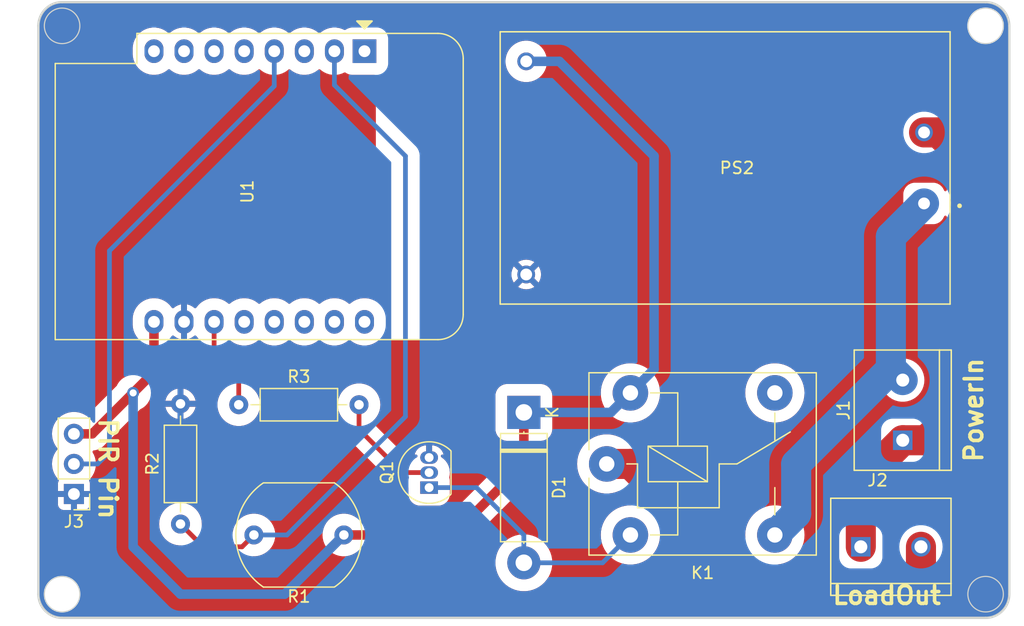
<source format=kicad_pcb>
(kicad_pcb (version 20221018) (generator pcbnew)
  (layers (0 "F.Cu" signal) (31 "B.Cu" signal) (34 "B.Paste" user) (35 "F.Paste" user) (36 "B.SilkS" user "B.Silkscreen") (37 "F.SilkS" user "F.Silkscreen") (38 "B.Mask" user) (39 "F.Mask" user) (44 "Edge.Cuts" user))
  (net 0 "")
  (net 1 "+5V")
  (net 2 "relay")
  (net 3 "Power_N")
  (net 4 "Power_L")
  (net 5 "Relay_out")
  (net 6 "pir_in")
  (net 7 "GND")
  (net 9 "Net-(Q1-B)")
  (net 11 "Net-(U1-A0)")
  (net 12 "trig")
  (footprint "Diode_THT:D_5W_P12.70mm_Horizontal" (layer "F.Cu") (at 131 79.65 -90)
    (fp_text reference "D1" (at 6.35 -2.97 90) (layer "F.SilkS"))
    (fp_text value "D")
    (fp_text user "K" (at 0 -2.4 90) (layer "F.SilkS"))
    (fp_line (start 1.64 0) (end 1.78 0) (stroke (width 0.12)) (layer "F.SilkS"))
    (fp_line (start 1.78 -1.97) (end 1.78 1.97) (stroke (width 0.12)) (layer "F.SilkS"))
    (fp_line (start 1.78 1.97) (end 10.92 1.97) (stroke (width 0.12)) (layer "F.SilkS"))
    (fp_line (start 3.115 -1.97) (end 3.115 1.97) (stroke (width 0.12)) (layer "F.SilkS"))
    (fp_line (start 3.235 -1.97) (end 3.235 1.97) (stroke (width 0.12)) (layer "F.SilkS"))
    (fp_line (start 3.355 -1.97) (end 3.355 1.97) (stroke (width 0.12)) (layer "F.SilkS"))
    (fp_line (start 10.92 -1.97) (end 1.78 -1.97) (stroke (width 0.12)) (layer "F.SilkS"))
    (fp_line (start 10.92 1.97) (end 10.92 -1.97) (stroke (width 0.12)) (layer "F.SilkS"))
    (fp_line (start 11.06 0) (end 10.92 0) (stroke (width 0.12)) (layer "F.SilkS"))
    (pad "1" thru_hole rect (at 0 0 270) (size 2.8 2.8) (drill 1.4) (layers "*.Cu" "*.Mask") (net 1 "+5V"))
    (pad "2" thru_hole oval (at 12.7 0 270) (size 2.8 2.8) (drill 1.4) (layers "*.Cu" "*.Mask") (net 2 "relay"))
  )
  (footprint "Resistor_THT:R_Axial_DIN0207_L6.3mm_D2.5mm_P10.16mm_Horizontal" (layer "F.Cu") (at 102 89.08 90)
    (fp_text reference "R2" (at 5.08 -2.37 90) (layer "F.SilkS"))
    (fp_text value "1K")
    (fp_line (start 1.04 0) (end 1.81 0) (stroke (width 0.12)) (layer "F.SilkS"))
    (fp_line (start 1.81 -1.37) (end 1.81 1.37) (stroke (width 0.12)) (layer "F.SilkS"))
    (fp_line (start 1.81 1.37) (end 8.35 1.37) (stroke (width 0.12)) (layer "F.SilkS"))
    (fp_line (start 8.35 -1.37) (end 1.81 -1.37) (stroke (width 0.12)) (layer "F.SilkS"))
    (fp_line (start 8.35 1.37) (end 8.35 -1.37) (stroke (width 0.12)) (layer "F.SilkS"))
    (fp_line (start 9.12 0) (end 8.35 0) (stroke (width 0.12)) (layer "F.SilkS"))
    (pad "1" thru_hole circle (at 0 0 90) (size 1.6 1.6) (drill 0.8) (layers "*.Cu" "*.Mask") (net 11 "Net-(U1-A0)"))
    (pad "2" thru_hole oval (at 10.16 0 90) (size 1.6 1.6) (drill 0.8) (layers "*.Cu" "*.Mask") (net 7 "GND"))
  )
  (footprint "OptoDevice:R_LDR_10x8.5mm_P7.6mm_Vertical" (layer "F.Cu") (at 115.8 90 180)
    (fp_text reference "R1" (at 3.8 -5.2) (layer "F.SilkS"))
    (fp_text value "LDR03")
    (fp_line (start 0.8 -4.4) (end 6.8 -4.4) (stroke (width 0.12)) (layer "F.SilkS"))
    (fp_line (start 0.8 4.4) (end 6.8 4.4) (stroke (width 0.12)) (layer "F.SilkS"))
    (fp_arc (start 0.8 4.4) (mid -1.525374 0.019809) (end 0.76735 -4.37756) (stroke (width 0.12)) (layer "F.SilkS"))
    (fp_arc (start 6.8 -4.4) (mid 9.125374 -0.019809) (end 6.83265 4.37756) (stroke (width 0.12)) (layer "F.SilkS"))
    (pad "1" thru_hole circle (at 0 0 180) (size 1.6 1.6) (drill 0.8) (layers "*.Cu" "*.Mask") (net 1 "+5V"))
    (pad "2" thru_hole circle (at 7.6 0 180) (size 1.6 1.6) (drill 0.8) (layers "*.Cu" "*.Mask") (net 11 "Net-(U1-A0)"))
  )
  (footprint "Relay_THT:Relay_SPDT_Finder_36.11" (layer "F.Cu") (at 138 84)
    (fp_text reference "K1" (at 8.1 9.2) (layer "F.SilkS"))
    (fp_text value "Relay_SPDT")
    (fp_line (start -1.5 -7.7) (end -1.5 -1.2) (stroke (width 0.12)) (layer "F.SilkS"))
    (fp_line (start -1.5 -7.7) (end 17.7 -7.7) (stroke (width 0.12)) (layer "F.SilkS"))
    (fp_line (start -1.5 1.2) (end -1.5 7.7) (stroke (width 0.12)) (layer "F.SilkS"))
    (fp_line (start 2.6 0) (end 1.7 0) (stroke (width 0.12)) (layer "F.SilkS"))
    (fp_line (start 2.6 0) (end 2.6 3.7) (stroke (width 0.12)) (layer "F.SilkS"))
    (fp_line (start 3.5 -1.5) (end 8.5 -1.5) (stroke (width 0.12)) (layer "F.SilkS"))
    (fp_line (start 3.5 1.5) (end 3.5 -1.5) (stroke (width 0.12)) (layer "F.SilkS"))
    (fp_line (start 3.7 6) (end 6 6) (stroke (width 0.12)) (layer "F.SilkS"))
    (fp_line (start 6 -6) (end 3.7 -6) (stroke (width 0.12)) (layer "F.SilkS"))
    (fp_line (start 6 -6) (end 6 -1.5) (stroke (width 0.12)) (layer "F.SilkS"))
    (fp_line (start 6 1.5) (end 6 6) (stroke (width 0.12)) (layer "F.SilkS"))
    (fp_line (start 8.5 -1.5) (end 8.5 1.5) (stroke (width 0.12)) (layer "F.SilkS"))
    (fp_line (start 8.5 1.5) (end 3.5 -1.5) (stroke (width 0.12)) (layer "F.SilkS"))
    (fp_line (start 8.5 1.5) (end 3.5 1.5) (stroke (width 0.12)) (layer "F.SilkS"))
    (fp_line (start 9.5 0) (end 9.5 3.7) (stroke (width 0.12)) (layer "F.SilkS"))
    (fp_line (start 9.5 0) (end 11 0) (stroke (width 0.12)) (layer "F.SilkS"))
    (fp_line (start 9.5 3.7) (end 2.6 3.7) (stroke (width 0.12)) (layer "F.SilkS"))
    (fp_line (start 11 0) (end 15.5 -2.7) (stroke (width 0.12)) (layer "F.SilkS"))
    (fp_line (start 14.2 -4.3) (end 14.2 -2) (stroke (width 0.12)) (layer "F.SilkS"))
    (fp_line (start 14.2 4.3) (end 14.2 2) (stroke (width 0.12)) (layer "F.SilkS"))
    (fp_line (start 17.7 -7.7) (end 17.7 7.7) (stroke (width 0.12)) (layer "F.SilkS"))
    (fp_line (start 17.7 7.7) (end -1.5 7.7) (stroke (width 0.12)) (layer "F.SilkS"))
    (pad "11" thru_hole circle (at 0 0) (size 3 3) (drill 1.3) (layers "*.Cu" "*.Mask") (net 5 "Relay_out"))
    (pad "12" thru_hole circle (at 14.2 -6) (size 3 3) (drill 1.3) (layers "*.Cu" "*.Mask"))
    (pad "14" thru_hole circle (at 14.2 6) (size 3 3) (drill 1.3) (layers "*.Cu" "*.Mask") (net 4 "Power_L"))
    (pad "A1" thru_hole circle (at 2 6) (size 3 3) (drill 1.3) (layers "*.Cu" "*.Mask") (net 2 "relay"))
    (pad "A2" thru_hole circle (at 2 -6) (size 3 3) (drill 1.3) (layers "*.Cu" "*.Mask") (net 1 "+5V"))
  )
  (footprint "HLK-5Mxx:CONV_HLK-5M05" (layer "F.Cu") (at 148 59 180)
    (fp_text reference "PS2" (at -1 0) (layer "F.SilkS"))
    (fp_text value "HLK-5M05")
    (fp_line (start -19 -11.5) (end -19 11.5) (stroke (width 0.127)) (layer "F.SilkS"))
    (fp_line (start -19 11.5) (end 19 11.5) (stroke (width 0.127)) (layer "F.SilkS"))
    (fp_line (start 19 -11.5) (end -19 -11.5) (stroke (width 0.127)) (layer "F.SilkS"))
    (fp_line (start 19 11.5) (end 19 -11.5) (stroke (width 0.127)) (layer "F.SilkS"))
    (fp_circle (center -19.8 -3.2) (end -19.7 -3.2) (stroke (width 0.2)) (fill none) (layer "F.SilkS"))
    (pad "1" thru_hole rect (at -16.8 -3 180) (size 1.5 1.5) (drill 1) (layers "*.Cu" "*.Mask") (net 4 "Power_L"))
    (pad "2" thru_hole circle (at -16.8 3 180) (size 1.5 1.5) (drill 1) (layers "*.Cu" "*.Mask") (net 3 "Power_N"))
    (pad "3" thru_hole circle (at 16.8 -9 180) (size 1.5 1.5) (drill 1) (layers "*.Cu" "*.Mask") (net 7 "GND"))
    (pad "4" thru_hole circle (at 16.8 9 180) (size 1.5 1.5) (drill 1) (layers "*.Cu" "*.Mask") (net 1 "+5V"))
  )
  (footprint "282837-2:TE_282837-2" (layer "F.Cu") (at 162 91)
    (fp_text reference "J2" (at -1.127255 -5.614945) (layer "F.SilkS") (effects (font (size 1.002039 1.002039))))
    (fp_text value "Screw_Terminal_01x02")
    (fp_line (start -5.08 -4.1) (end 5.08 -4.1) (stroke (width 0.127)) (layer "F.SilkS"))
    (fp_line (start -5.08 3.1) (end -5.08 -4.1) (stroke (width 0.127)) (layer "F.SilkS"))
    (fp_line (start -5.08 3.1) (end 5.08 3.1) (stroke (width 0.127)) (layer "F.SilkS"))
    (fp_line (start -5.08 4.1) (end -5.08 3.1) (stroke (width 0.127)) (layer "F.SilkS"))
    (fp_line (start 5.08 -4.1) (end 5.08 3.1) (stroke (width 0.127)) (layer "F.SilkS"))
    (fp_line (start 5.08 3.1) (end 5.08 4.1) (stroke (width 0.127)) (layer "F.SilkS"))
    (fp_line (start 5.08 4.1) (end -5.08 4.1) (stroke (width 0.127)) (layer "F.SilkS"))
    (pad "1" thru_hole rect (at -2.54 0) (size 1.65 1.65) (drill 1.1) (layers "*.Cu" "*.Mask") (net 3 "Power_N"))
    (pad "2" thru_hole circle (at 2.54 0) (size 1.65 1.65) (drill 1.1) (layers "*.Cu" "*.Mask") (net 5 "Relay_out"))
  )
  (footprint "282837-2:TE_282837-2" (layer "F.Cu") (at 163 79.46 90)
    (fp_text reference "J1" (at 0 -5 90) (layer "F.SilkS") (effects (font (size 1.002039 1.002039))))
    (fp_text value "Screw_Terminal_01x02")
    (fp_line (start -5.08 -4.1) (end 5.08 -4.1) (stroke (width 0.127)) (layer "F.SilkS"))
    (fp_line (start -5.08 3.1) (end -5.08 -4.1) (stroke (width 0.127)) (layer "F.SilkS"))
    (fp_line (start -5.08 3.1) (end 5.08 3.1) (stroke (width 0.127)) (layer "F.SilkS"))
    (fp_line (start -5.08 4.1) (end -5.08 3.1) (stroke (width 0.127)) (layer "F.SilkS"))
    (fp_line (start 5.08 -4.1) (end 5.08 3.1) (stroke (width 0.127)) (layer "F.SilkS"))
    (fp_line (start 5.08 3.1) (end 5.08 4.1) (stroke (width 0.127)) (layer "F.SilkS"))
    (fp_line (start 5.08 4.1) (end -5.08 4.1) (stroke (width 0.127)) (layer "F.SilkS"))
    (pad "1" thru_hole rect (at -2.54 0 90) (size 1.65 1.65) (drill 1.1) (layers "*.Cu" "*.Mask") (net 3 "Power_N"))
    (pad "2" thru_hole circle (at 2.54 0 90) (size 1.65 1.65) (drill 1.1) (layers "*.Cu" "*.Mask") (net 4 "Power_L"))
  )
  (footprint "Package_TO_SOT_THT:TO-92_Inline" (layer "F.Cu") (at 123 86 90)
    (fp_text reference "Q1" (at 1.27 -3.56 90) (layer "F.SilkS"))
    (fp_text value "BC547")
    (fp_line (start -0.53 1.85) (end 3.07 1.85) (stroke (width 0.12)) (layer "F.SilkS"))
    (fp_arc (start -0.568478 1.838478) (mid -1.132087 -0.994977) (end 1.27 -2.6) (stroke (width 0.12)) (layer "F.SilkS"))
    (fp_arc (start 1.27 -2.6) (mid 3.672087 -0.994977) (end 3.108478 1.838478) (stroke (width 0.12)) (layer "F.SilkS"))
    (pad "1" thru_hole rect (at 0 0 90) (size 1.05 1.5) (drill 0.75) (layers "*.Cu" "*.Mask") (net 2 "relay"))
    (pad "2" thru_hole oval (at 1.27 0 90) (size 1.05 1.5) (drill 0.75) (layers "*.Cu" "*.Mask") (net 9 "Net-(Q1-B)"))
    (pad "3" thru_hole oval (at 2.54 0 90) (size 1.05 1.5) (drill 0.75) (layers "*.Cu" "*.Mask") (net 7 "GND"))
  )
  (footprint "Connector_PinHeader_2.54mm:PinHeader_1x03_P2.54mm_Vertical" (layer "F.Cu") (at 93 86.54 180)
    (fp_text reference "J3" (at 0 -2.33) (layer "F.SilkS"))
    (fp_text value "Conn_01x03_Pin")
    (fp_line (start -1.33 -1.33) (end 0 -1.33) (stroke (width 0.12)) (layer "F.SilkS"))
    (fp_line (start -1.33 0) (end -1.33 -1.33) (stroke (width 0.12)) (layer "F.SilkS"))
    (fp_line (start -1.33 1.27) (end -1.33 6.41) (stroke (width 0.12)) (layer "F.SilkS"))
    (fp_line (start -1.33 1.27) (end 1.33 1.27) (stroke (width 0.12)) (layer "F.SilkS"))
    (fp_line (start -1.33 6.41) (end 1.33 6.41) (stroke (width 0.12)) (layer "F.SilkS"))
    (fp_line (start 1.33 1.27) (end 1.33 6.41) (stroke (width 0.12)) (layer "F.SilkS"))
    (pad "1" thru_hole rect (at 0 0 180) (size 1.7 1.7) (drill 1) (layers "*.Cu" "*.Mask") (net 7 "GND"))
    (pad "2" thru_hole oval (at 0 2.54 180) (size 1.7 1.7) (drill 1) (layers "*.Cu" "*.Mask") (net 6 "pir_in"))
    (pad "3" thru_hole oval (at 0 5.08 180) (size 1.7 1.7) (drill 1) (layers "*.Cu" "*.Mask") (net 1 "+5V"))
  )
  (footprint "Resistor_THT:R_Axial_DIN0207_L6.3mm_D2.5mm_P10.16mm_Horizontal" (layer "F.Cu") (at 106.92 79)
    (fp_text reference "R3" (at 5.08 -2.37) (layer "F.SilkS"))
    (fp_text value "1K")
    (fp_line (start 1.04 0) (end 1.81 0) (stroke (width 0.12)) (layer "F.SilkS"))
    (fp_line (start 1.81 -1.37) (end 1.81 1.37) (stroke (width 0.12)) (layer "F.SilkS"))
    (fp_line (start 1.81 1.37) (end 8.35 1.37) (stroke (width 0.12)) (layer "F.SilkS"))
    (fp_line (start 8.35 -1.37) (end 1.81 -1.37) (stroke (width 0.12)) (layer "F.SilkS"))
    (fp_line (start 8.35 1.37) (end 8.35 -1.37) (stroke (width 0.12)) (layer "F.SilkS"))
    (fp_line (start 9.12 0) (end 8.35 0) (stroke (width 0.12)) (layer "F.SilkS"))
    (pad "1" thru_hole circle (at 0 0) (size 1.6 1.6) (drill 0.8) (layers "*.Cu" "*.Mask") (net 12 "trig"))
    (pad "2" thru_hole oval (at 10.16 0) (size 1.6 1.6) (drill 0.8) (layers "*.Cu" "*.Mask") (net 9 "Net-(Q1-B)"))
  )
  (footprint "Module:WEMOS_D1_mini_light" (layer "F.Cu") (at 117.54 49.14 -90)
    (fp_text reference "U1" (at 11.86 9.89 90) (layer "F.SilkS"))
    (fp_text value "WeMos_D1_mini")
    (fp_line (start -1.5 19.22) (end -1.5 -6.21) (stroke (width 0.12)) (layer "F.SilkS"))
    (fp_line (start -1.5 19.22) (end 1.04 19.22) (stroke (width 0.12)) (layer "F.SilkS"))
    (fp_line (start 1.04 19.22) (end 1.04 26.12) (stroke (width 0.12)) (layer "F.SilkS"))
    (fp_line (start 1.04 26.12) (end 24.36 26.12) (stroke (width 0.12)) (layer "F.SilkS"))
    (fp_line (start 22.24 -8.34) (end 0.63 -8.34) (stroke (width 0.12)) (layer "F.SilkS"))
    (fp_line (start 24.36 26.12) (end 24.36 -6.21) (stroke (width 0.12)) (layer "F.SilkS"))
    (fp_arc (start -1.5 -6.21) (mid -0.876137 -7.716137) (end 0.63 -8.34) (stroke (width 0.12)) (layer "F.SilkS"))
    (fp_arc (start 22.23 -8.34) (mid 23.736137 -7.716137) (end 24.36 -6.21) (stroke (width 0.12)) (layer "F.SilkS"))
    (fp_poly (pts (xy -2.54 -0.635) (xy -2.54 0.635) (xy -1.905 0)) (stroke (width 0.15)) (fill solid) (layer "F.SilkS"))
    (pad "1" thru_hole rect (at 0 0 270) (size 2 2) (drill 1) (layers "*.Cu" "*.Mask"))
    (pad "2" thru_hole oval (at 0 2.54 270) (size 2 1.6) (drill 1) (layers "*.Cu" "*.Mask") (net 11 "Net-(U1-A0)"))
    (pad "3" thru_hole oval (at 0 5.08 270) (size 2 1.6) (drill 1) (layers "*.Cu" "*.Mask"))
    (pad "4" thru_hole oval (at 0 7.62 270) (size 2 1.6) (drill 1) (layers "*.Cu" "*.Mask") (net 6 "pir_in"))
    (pad "5" thru_hole oval (at 0 10.16 270) (size 2 1.6) (drill 1) (layers "*.Cu" "*.Mask"))
    (pad "6" thru_hole oval (at 0 12.7 270) (size 2 1.6) (drill 1) (layers "*.Cu" "*.Mask"))
    (pad "7" thru_hole oval (at 0 15.24 270) (size 2 1.6) (drill 1) (layers "*.Cu" "*.Mask"))
    (pad "8" thru_hole oval (at 0 17.78 270) (size 2 1.6) (drill 1) (layers "*.Cu" "*.Mask"))
    (pad "9" thru_hole oval (at 22.86 17.78 270) (size 2 1.6) (drill 1) (layers "*.Cu" "*.Mask") (net 1 "+5V"))
    (pad "10" thru_hole oval (at 22.86 15.24 270) (size 2 1.6) (drill 1) (layers "*.Cu" "*.Mask") (net 7 "GND"))
    (pad "11" thru_hole oval (at 22.86 12.7 270) (size 2 1.6) (drill 1) (layers "*.Cu" "*.Mask") (net 12 "trig"))
    (pad "12" thru_hole oval (at 22.86 10.16 270) (size 2 1.6) (drill 1) (layers "*.Cu" "*.Mask"))
    (pad "13" thru_hole oval (at 22.86 7.62 270) (size 2 1.6) (drill 1) (layers "*.Cu" "*.Mask"))
    (pad "14" thru_hole oval (at 22.86 5.08 270) (size 2 1.6) (drill 1) (layers "*.Cu" "*.Mask"))
    (pad "15" thru_hole oval (at 22.86 2.54 270) (size 2 1.6) (drill 1) (layers "*.Cu" "*.Mask"))
    (pad "16" thru_hole oval (at 22.86 0 270) (size 2 1.6) (drill 1) (layers "*.Cu" "*.Mask"))
  )
  (gr_line (start 172 47) (end 172 95) (stroke (width 0.2)) (layer "Edge.Cuts"))
  (gr_arc (start 92 97) (mid 90.585786 96.414214) (end 90 95) (stroke (width 0.2)) (layer "Edge.Cuts"))
  (gr_line (start 170 97) (end 92 97) (stroke (width 0.2)) (layer "Edge.Cuts"))
  (gr_line (start 92 45) (end 170 45) (stroke (width 0.2)) (layer "Edge.Cuts"))
  (gr_circle (center 170 95) (end 171.5 95) (stroke (width 0.1)) (fill none) (layer "Edge.Cuts"))
  (gr_circle (center 170 47) (end 171.5 47) (stroke (width 0.1)) (fill none) (layer "Edge.Cuts"))
  (gr_arc (start 90 47) (mid 90.585786 45.585786) (end 92 45) (stroke (width 0.2)) (layer "Edge.Cuts"))
  (gr_line (start 90 95) (end 90 47) (stroke (width 0.2)) (layer "Edge.Cuts"))
  (gr_circle (center 92 95) (end 93.5 95) (stroke (width 0.1)) (fill none) (layer "Edge.Cuts"))
  (gr_circle (center 92 47) (end 93.5 47) (stroke (width 0.1)) (fill none) (layer "Edge.Cuts"))
  (gr_arc (start 170 45) (mid 171.414214 45.585786) (end 172 47) (stroke (width 0.2)) (layer "Edge.Cuts"))
  (gr_arc (start 172 95) (mid 171.414214 96.414214) (end 170 97) (stroke (width 0.2)) (layer "Edge.Cuts"))
  (gr_text "PIR Pin" (at 95 80 -90) (layer "F.SilkS") (effects (font (size 1.5 1.5) (thickness 0.3) bold) (justify left bottom)))
  (gr_text "LoadOut" (at 156.92 95.1) (layer "F.SilkS") (effects (font (size 1.5 1.5) (thickness 0.3) bold) (justify left)))
  (gr_text "PowerIn" (at 169 84 90) (layer "F.SilkS") (effects (font (size 1.5 1.5) (thickness 0.3) bold) (justify left)))
  (segment (start 93 81.46) (end 94.54 81.46) (width 0.8) (layer "F.Cu") (net 1))
  (segment (start 125 90) (end 131 84) (width 0.8) (layer "F.Cu") (net 1))
  (segment (start 115.8 90) (end 125 90) (width 0.8) (layer "F.Cu") (net 1))
  (segment (start 99.76 76.24) (end 99.76 72) (width 0.8) (layer "F.Cu") (net 1))
  (segment (start 94.54 81.46) (end 98 78) (width 0.8) (layer "F.Cu") (net 1))
  (segment (start 131 84) (end 131 79.65) (width 0.8) (layer "F.Cu") (net 1))
  (segment (start 98 78) (end 99.76 76.24) (width 0.8) (layer "F.Cu") (net 1))
  (via (at 98 78) (size 1) (drill 0.6) (layers "F.Cu" "B.Cu") (net 1))
  (segment (start 98 91) (end 102 95) (width 0.8) (layer "B.Cu") (net 1))
  (segment (start 98 78) (end 98 91) (width 0.8) (layer "B.Cu") (net 1))
  (segment (start 138.35 79.65) (end 140 78) (width 0.8) (layer "B.Cu") (net 1))
  (segment (start 131 79.65) (end 138.35 79.65) (width 0.8) (layer "B.Cu") (net 1))
  (segment (start 110.8 95) (end 115.8 90) (width 0.8) (layer "B.Cu") (net 1))
  (segment (start 102 95) (end 110.8 95) (width 0.8) (layer "B.Cu") (net 1))
  (segment (start 142 76) (end 140 78) (width 0.8) (layer "B.Cu") (net 1))
  (segment (start 134 50) (end 142 58) (width 0.8) (layer "B.Cu") (net 1))
  (segment (start 131.2 50) (end 134 50) (width 0.8) (layer "B.Cu") (net 1))
  (segment (start 142 58) (end 142 76) (width 0.8) (layer "B.Cu") (net 1))
  (segment (start 127 86) (end 131 90) (width 0.4) (layer "B.Cu") (net 2))
  (segment (start 131 92.35) (end 137.65 92.35) (width 0.4) (layer "B.Cu") (net 2))
  (segment (start 123 86) (end 127 86) (width 0.4) (layer "B.Cu") (net 2))
  (segment (start 137.65 92.35) (end 140 90) (width 0.4) (layer "B.Cu") (net 2))
  (segment (start 131 90) (end 131 92.35) (width 0.4) (layer "B.Cu") (net 2))
  (segment (start 166 56) (end 169 59) (width 2.54) (layer "F.Cu") (net 3))
  (segment (start 169 78) (end 165 82) (width 2.54) (layer "F.Cu") (net 3))
  (segment (start 159.46 91) (end 159.46 85.54) (width 2.54) (layer "F.Cu") (net 3))
  (segment (start 169 59) (end 169 78) (width 2.54) (layer "F.Cu") (net 3))
  (segment (start 164.8 56) (end 166 56) (width 2.54) (layer "F.Cu") (net 3))
  (segment (start 165 82) (end 163 82) (width 2.54) (layer "F.Cu") (net 3))
  (segment (start 159.46 85.54) (end 163 82) (width 2.54) (layer "F.Cu") (net 3))
  (segment (start 162 75.92) (end 162 64.8) (width 2.54) (layer "B.Cu") (net 4))
  (segment (start 154 84) (end 162.04 75.96) (width 2.54) (layer "B.Cu") (net 4))
  (segment (start 154 88.2) (end 154 84) (width 2.54) (layer "B.Cu") (net 4))
  (segment (start 163 76.92) (end 162 75.92) (width 2.54) (layer "B.Cu") (net 4))
  (segment (start 162 64.8) (end 164.8 62) (width 2.54) (layer "B.Cu") (net 4))
  (segment (start 152.2 90) (end 154 88.2) (width 2.54) (layer "B.Cu") (net 4))
  (segment (start 138 84) (end 140 84) (width 2.54) (layer "F.Cu") (net 5))
  (segment (start 163 95) (end 164.54 93.46) (width 2.54) (layer "F.Cu") (net 5))
  (segment (start 164.54 93.46) (end 164.54 91) (width 2.54) (layer "F.Cu") (net 5))
  (segment (start 151 95) (end 163 95) (width 2.54) (layer "F.Cu") (net 5))
  (segment (start 140 84) (end 151 95) (width 2.54) (layer "F.Cu") (net 5))
  (segment (start 95 84) (end 96 83) (width 0.4) (layer "B.Cu") (net 6))
  (segment (start 93 84) (end 95 84) (width 0.4) (layer "B.Cu") (net 6))
  (segment (start 109.92 52.08) (end 109.92 51.92) (width 0.4) (layer "B.Cu") (net 6))
  (segment (start 96 66) (end 109.92 52.08) (width 0.4) (layer "B.Cu") (net 6))
  (segment (start 96 83) (end 96 66) (width 0.4) (layer "B.Cu") (net 6))
  (segment (start 109.92 51.92) (end 109.92 49.14) (width 0.4) (layer "B.Cu") (net 6))
  (segment (start 120.73 84.73) (end 123 84.73) (width 0.4) (layer "F.Cu") (net 9))
  (segment (start 117.08 79) (end 117.08 81.08) (width 0.4) (layer "F.Cu") (net 9))
  (segment (start 117.08 81.08) (end 120.73 84.73) (width 0.4) (layer "F.Cu") (net 9))
  (segment (start 108.2 90) (end 107.2 91) (width 0.4) (layer "F.Cu") (net 11))
  (segment (start 103.92 91) (end 102 89.08) (width 0.4) (layer "F.Cu") (net 11))
  (segment (start 107.2 91) (end 103.92 91) (width 0.4) (layer "F.Cu") (net 11))
  (segment (start 121 58) (end 115 52) (width 0.4) (layer "B.Cu") (net 11))
  (segment (start 111 90) (end 121 80) (width 0.4) (layer "B.Cu") (net 11))
  (segment (start 121 80) (end 121 58) (width 0.4) (layer "B.Cu") (net 11))
  (segment (start 115 52) (end 115 49.14) (width 0.4) (layer "B.Cu") (net 11))
  (segment (start 108.2 90) (end 111 90) (width 0.4) (layer "B.Cu") (net 11))
  (segment (start 106.92 79) (end 106.92 76.92) (width 0.4) (layer "F.Cu") (net 12))
  (segment (start 104.84 74.84) (end 104.84 72) (width 0.4) (layer "F.Cu") (net 12))
  (segment (start 106.92 76.92) (end 104.84 74.84) (width 0.4) (layer "F.Cu") (net 12))
  (zone (net 0) (net_name "") (layer "F.Cu") (name "noCu") (connect_pads (clearance 0)) (min_thickness 0.25)
    (keepout (tracks not_allowed) (vias not_allowed) (pads not_allowed) (copperpour not_allowed) (footprints allowed))
    (fill (thermal_gap 0.5) (thermal_bridge_width 0.5))
    (polygon (pts (xy 118.5 47) (xy 118.5 73.5) (xy 126.5 73.5) (xy 126.5 47)))
  )
  (zone (net 7) (net_name "GND") (layers "F&B.Cu") (connect_pads (clearance 1)) (min_thickness 0.25) (fill yes (thermal_gap 0.5) (thermal_bridge_width 0.5))
    (polygon (pts (xy 90 45) (xy 90 97) (xy 172 97) (xy 172 45)))
  )
)
</source>
